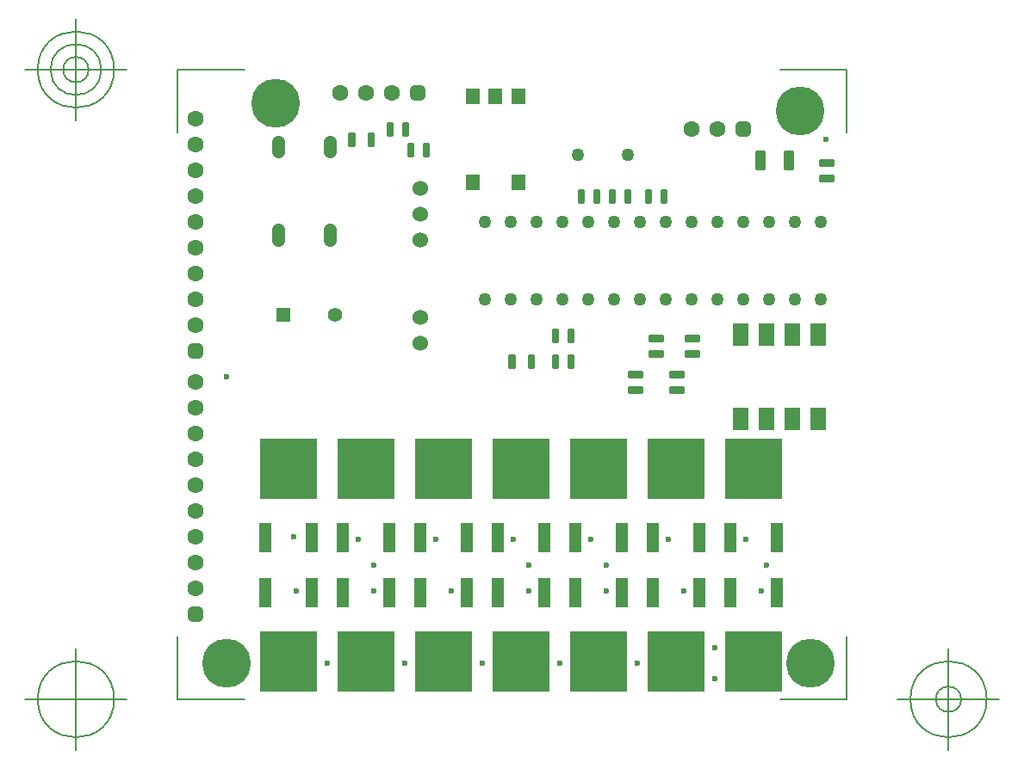
<source format=gbr>
G04 Generated by Ultiboard 14.2 *
%FSLAX24Y24*%
%MOIN*%

%ADD10C,0.0001*%
%ADD11C,0.0050*%
%ADD12R,0.2185X0.2343*%
%ADD13R,0.0492X0.1122*%
%ADD14R,0.0108X0.0417*%
%ADD15C,0.0167*%
%ADD16C,0.0500*%
%ADD17C,0.0633*%
%ADD18R,0.0208X0.0208*%
%ADD19C,0.0392*%
%ADD20R,0.0417X0.0108*%
%ADD21R,0.0225X0.0583*%
%ADD22C,0.1890*%
%ADD23C,0.0236*%
%ADD24R,0.0001X0.0394*%
%ADD25C,0.0512*%
%ADD26R,0.0551X0.0630*%
%ADD27C,0.0551*%
%ADD28R,0.0551X0.0551*%
%ADD29C,0.0600*%
%ADD30R,0.0598X0.0850*%


G04 ColorRGB FF00CC for the following layer *
%LNSolder Mask Top*%
%LPD*%
G54D10*
G54D11*
X-303Y102D02*
X-303Y2542D01*
X-303Y102D02*
X2287Y102D01*
X25597Y102D02*
X23007Y102D01*
X25597Y102D02*
X25597Y2542D01*
X25597Y24503D02*
X25597Y22063D01*
X25597Y24503D02*
X23007Y24503D01*
X-303Y24503D02*
X2287Y24503D01*
X-303Y24503D02*
X-303Y22063D01*
X-2272Y102D02*
X-6209Y102D01*
X-4240Y-1866D02*
X-4240Y2071D01*
X-5717Y102D02*
G75*
D01*
G02X-5717Y102I1477J0*
G01*
X27566Y102D02*
X31503Y102D01*
X29534Y-1866D02*
X29534Y2071D01*
X28058Y102D02*
G75*
D01*
G02X28058Y102I1476J0*
G01*
X29042Y102D02*
G75*
D01*
G02X29042Y102I492J0*
G01*
X-2272Y24503D02*
X-6209Y24503D01*
X-4240Y22535D02*
X-4240Y26472D01*
X-5717Y24503D02*
G75*
D01*
G02X-5717Y24503I1477J0*
G01*
X-5224Y24503D02*
G75*
D01*
G02X-5224Y24503I984J0*
G01*
X-4732Y24503D02*
G75*
D01*
G02X-4732Y24503I492J0*
G01*
G54D12*
X13000Y1576D03*
X4000Y1576D03*
X22000Y1576D03*
X19000Y1576D03*
X10000Y1576D03*
X7000Y1576D03*
X13000Y9024D03*
X10000Y9024D03*
X22000Y9024D03*
X19000Y9024D03*
X16000Y9024D03*
X7000Y9024D03*
X4000Y9024D03*
X16000Y1576D03*
G54D13*
X12098Y4234D03*
X13902Y4234D03*
X3098Y4234D03*
X4902Y4234D03*
X21098Y4234D03*
X22902Y4234D03*
X18098Y4234D03*
X19902Y4234D03*
X9098Y4234D03*
X10902Y4234D03*
X6098Y4234D03*
X7902Y4234D03*
X12098Y6366D03*
X13902Y6366D03*
X9098Y6366D03*
X10902Y6366D03*
X21098Y6366D03*
X22902Y6366D03*
X18098Y6366D03*
X19902Y6366D03*
X15098Y6366D03*
X16902Y6366D03*
X6098Y6366D03*
X7902Y6366D03*
X3098Y6366D03*
X4902Y6366D03*
X15098Y4234D03*
X16902Y4234D03*
G54D14*
X13375Y13200D03*
X12625Y13200D03*
X14900Y13200D03*
X14300Y13200D03*
X16500Y19600D03*
X17100Y19600D03*
X15300Y19600D03*
X15900Y19600D03*
X17900Y19600D03*
X18500Y19600D03*
X9300Y21400D03*
X8700Y21400D03*
X8500Y22200D03*
X7900Y22200D03*
X7175Y21800D03*
X6425Y21800D03*
X14900Y14200D03*
X14300Y14200D03*
G54D15*
X13321Y12992D02*
X13429Y12992D01*
X13429Y13408D01*
X13321Y13408D01*
X13321Y12992D01*D02*
X12571Y12992D02*
X12679Y12992D01*
X12679Y13408D01*
X12571Y13408D01*
X12571Y12992D01*D02*
X24592Y20246D02*
X25008Y20246D01*
X25008Y20354D01*
X24592Y20354D01*
X24592Y20246D01*D02*
X24592Y20846D02*
X25008Y20846D01*
X25008Y20954D01*
X24592Y20954D01*
X24592Y20846D01*D02*
X22138Y20709D02*
X22362Y20709D01*
X22362Y21291D01*
X22138Y21291D01*
X22138Y20709D01*D02*
X23238Y20709D02*
X23462Y20709D01*
X23462Y21291D01*
X23238Y21291D01*
X23238Y20709D01*D02*
X14846Y12992D02*
X14954Y12992D01*
X14954Y13408D01*
X14846Y13408D01*
X14846Y12992D01*D02*
X14246Y12992D02*
X14354Y12992D01*
X14354Y13408D01*
X14246Y13408D01*
X14246Y12992D01*D02*
X16446Y19392D02*
X16554Y19392D01*
X16554Y19808D01*
X16446Y19808D01*
X16446Y19392D01*D02*
X17046Y19392D02*
X17154Y19392D01*
X17154Y19808D01*
X17046Y19808D01*
X17046Y19392D01*D02*
X15246Y19392D02*
X15354Y19392D01*
X15354Y19808D01*
X15246Y19808D01*
X15246Y19392D01*D02*
X15846Y19392D02*
X15954Y19392D01*
X15954Y19808D01*
X15846Y19808D01*
X15846Y19392D01*D02*
X17846Y19392D02*
X17954Y19392D01*
X17954Y19808D01*
X17846Y19808D01*
X17846Y19392D01*D02*
X18446Y19392D02*
X18554Y19392D01*
X18554Y19808D01*
X18446Y19808D01*
X18446Y19392D01*D02*
X9246Y21192D02*
X9354Y21192D01*
X9354Y21608D01*
X9246Y21608D01*
X9246Y21192D01*D02*
X8646Y21192D02*
X8754Y21192D01*
X8754Y21608D01*
X8646Y21608D01*
X8646Y21192D01*D02*
X19392Y14046D02*
X19808Y14046D01*
X19808Y14154D01*
X19392Y14154D01*
X19392Y14046D01*D02*
X19392Y13446D02*
X19808Y13446D01*
X19808Y13554D01*
X19392Y13554D01*
X19392Y13446D01*D02*
X17992Y13446D02*
X18408Y13446D01*
X18408Y13554D01*
X17992Y13554D01*
X17992Y13446D01*D02*
X17992Y14046D02*
X18408Y14046D01*
X18408Y14154D01*
X17992Y14154D01*
X17992Y14046D01*D02*
X17192Y12646D02*
X17608Y12646D01*
X17608Y12754D01*
X17192Y12754D01*
X17192Y12646D01*D02*
X17192Y12046D02*
X17608Y12046D01*
X17608Y12154D01*
X17192Y12154D01*
X17192Y12046D01*D02*
X18792Y12046D02*
X19208Y12046D01*
X19208Y12154D01*
X18792Y12154D01*
X18792Y12046D01*D02*
X18792Y12646D02*
X19208Y12646D01*
X19208Y12754D01*
X18792Y12754D01*
X18792Y12646D01*D02*
X8446Y21992D02*
X8554Y21992D01*
X8554Y22408D01*
X8446Y22408D01*
X8446Y21992D01*D02*
X7846Y21992D02*
X7954Y21992D01*
X7954Y22408D01*
X7846Y22408D01*
X7846Y21992D01*D02*
X7121Y21592D02*
X7229Y21592D01*
X7229Y22008D01*
X7121Y22008D01*
X7121Y21592D01*D02*
X6371Y21592D02*
X6479Y21592D01*
X6479Y22008D01*
X6371Y22008D01*
X6371Y21592D01*D02*
X14846Y13992D02*
X14954Y13992D01*
X14954Y14408D01*
X14846Y14408D01*
X14846Y13992D01*D02*
X14246Y13992D02*
X14354Y13992D01*
X14354Y14408D01*
X14246Y14408D01*
X14246Y13992D01*D02*
G54D16*
X13600Y15600D03*
X19600Y15600D03*
X22600Y15600D03*
X24600Y15600D03*
X23600Y15600D03*
X21600Y15600D03*
X20600Y15600D03*
X16600Y15600D03*
X18600Y15600D03*
X17600Y15600D03*
X15600Y15600D03*
X14600Y15600D03*
X11600Y15600D03*
X12600Y15600D03*
X13600Y18600D03*
X19600Y18600D03*
X22600Y18600D03*
X24600Y18600D03*
X23600Y18600D03*
X21600Y18600D03*
X20600Y18600D03*
X16600Y18600D03*
X18600Y18600D03*
X17600Y18600D03*
X15600Y18600D03*
X14600Y18600D03*
X11600Y18600D03*
X12600Y18600D03*
X15200Y21200D03*
X17117Y21200D03*
G54D17*
X400Y6400D03*
X400Y5400D03*
X400Y4400D03*
X400Y8400D03*
X400Y7400D03*
X400Y9400D03*
X400Y11400D03*
X400Y10400D03*
X400Y12400D03*
X400Y16600D03*
X400Y15600D03*
X400Y14600D03*
X400Y18600D03*
X400Y17600D03*
X400Y19600D03*
X400Y21600D03*
X400Y20600D03*
X400Y22600D03*
X20600Y22200D03*
X19600Y22200D03*
X7000Y23600D03*
X8000Y23600D03*
X6000Y23600D03*
G54D18*
X400Y3400D03*
X400Y13600D03*
X21600Y22200D03*
X9000Y23600D03*
G54D19*
X296Y3296D02*
X504Y3296D01*
X504Y3504D01*
X296Y3504D01*
X296Y3296D01*D02*
X296Y13496D02*
X504Y13496D01*
X504Y13704D01*
X296Y13704D01*
X296Y13496D01*D02*
X21496Y22096D02*
X21704Y22096D01*
X21704Y22304D01*
X21496Y22304D01*
X21496Y22096D01*D02*
X8896Y23496D02*
X9104Y23496D01*
X9104Y23704D01*
X8896Y23704D01*
X8896Y23496D01*D02*
G54D20*
X24800Y20300D03*
X24800Y20900D03*
X19600Y14100D03*
X19600Y13500D03*
X18200Y13500D03*
X18200Y14100D03*
X17400Y12700D03*
X17400Y12100D03*
X19000Y12100D03*
X19000Y12700D03*
G54D21*
X22250Y21000D03*
X23350Y21000D03*
G54D22*
X1600Y1500D03*
X24200Y1500D03*
X23800Y22900D03*
X3500Y23200D03*
G54D23*
X20500Y900D03*
X5500Y1500D03*
X8500Y1500D03*
X11500Y1500D03*
X14500Y1500D03*
X17500Y1500D03*
X20500Y2100D03*
X4300Y4300D03*
X7300Y4300D03*
X10300Y4300D03*
X13300Y4300D03*
X16300Y4300D03*
X19300Y4300D03*
X22300Y4300D03*
X7300Y5300D03*
X13300Y5300D03*
X16300Y5300D03*
X22500Y5300D03*
X4200Y6400D03*
X9700Y6300D03*
X12700Y6300D03*
X15700Y6300D03*
X18700Y6300D03*
X21700Y6300D03*
X1600Y12600D03*
X24800Y21800D03*
X6700Y6300D03*
G54D24*
X3600Y18087D03*
X5600Y18087D03*
X3600Y21513D03*
X5600Y21513D03*
G54D25*
X3600Y17890D02*
X3600Y17890D01*
X3600Y18284D01*
X3600Y18284D01*
X3600Y17890D01*D02*
X5600Y17890D02*
X5600Y17890D01*
X5600Y18284D01*
X5600Y18284D01*
X5600Y17890D01*D02*
X3600Y21316D02*
X3600Y21316D01*
X3600Y21710D01*
X3600Y21710D01*
X3600Y21316D01*D02*
X5600Y21316D02*
X5600Y21316D01*
X5600Y21710D01*
X5600Y21710D01*
X5600Y21316D01*D02*
G54D26*
X11114Y20146D03*
X12886Y20146D03*
X11114Y23454D03*
X12000Y23454D03*
X12886Y23454D03*
G54D27*
X5800Y15000D03*
G54D28*
X3800Y15000D03*
G54D29*
X9100Y13900D03*
X9100Y14900D03*
X9100Y17900D03*
X9100Y18900D03*
X9100Y19900D03*
G54D30*
X21500Y10974D03*
X22500Y10974D03*
X23500Y10974D03*
X24500Y10974D03*
X21500Y14226D03*
X22500Y14226D03*
X23500Y14226D03*
X24500Y14226D03*

M02*

</source>
